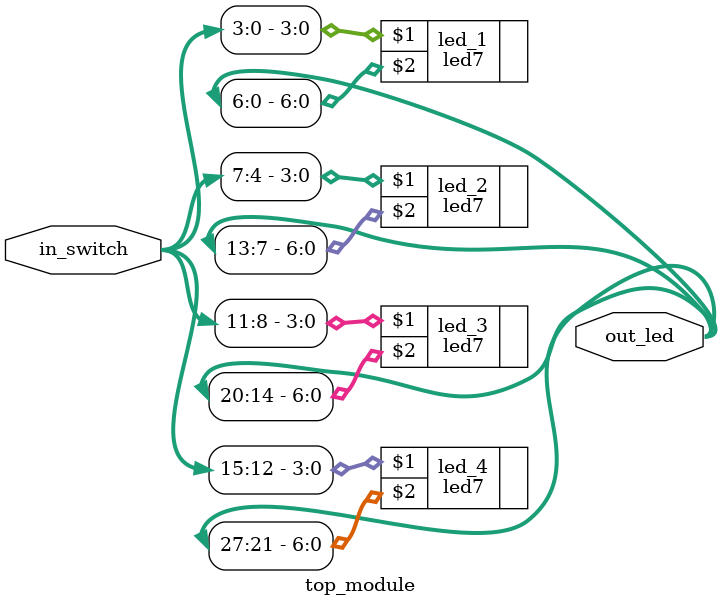
<source format=v>
module top_module(
input [15:0] in_switch,
output [27:0] out_led
);
	led7 led_1(in_switch[3:0],out_led[6:0]);
	led7 led_2(in_switch[7:4],out_led[13:7]);
	led7 led_3(in_switch[11:8],out_led[20:14]);
	led7 led_4(in_switch[15:12],out_led[27:21]);
endmodule
</source>
